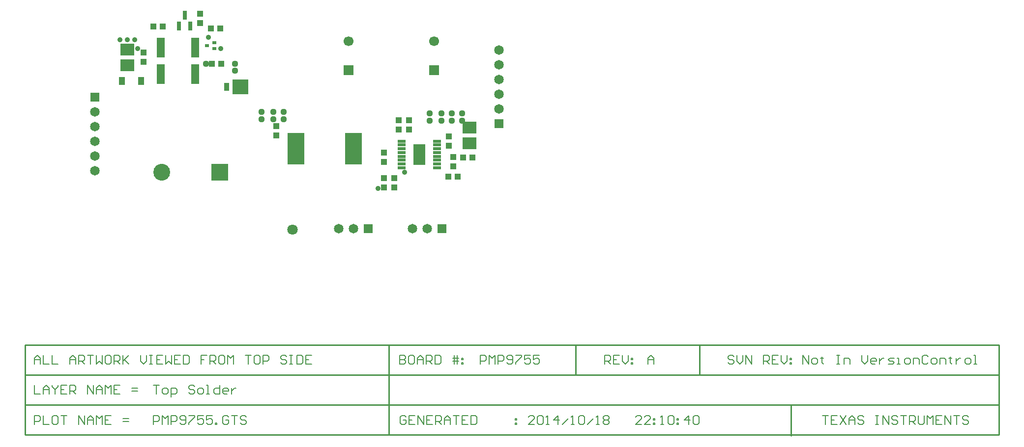
<source format=gts>
%FSAX25Y25*%
%MOIN*%
G70*
G01*
G75*
G04 Layer_Color=8388736*
%ADD10C,0.03000*%
%ADD11C,0.01500*%
%ADD12C,0.01400*%
%ADD13R,0.02362X0.01969*%
%ADD14R,0.03740X0.03937*%
%ADD15R,0.08858X0.07677*%
%ADD16R,0.11417X0.21260*%
%ADD17R,0.03602X0.04803*%
%ADD18R,0.03937X0.03740*%
%ADD19R,0.10512X0.10000*%
%ADD20R,0.03000X0.05000*%
%ADD21R,0.08000X0.14000*%
%ADD22R,0.05000X0.01500*%
%ADD23R,0.05118X0.13386*%
%ADD24R,0.02362X0.05906*%
%ADD25C,0.01000*%
%ADD26C,0.02000*%
%ADD27C,0.10000*%
%ADD28C,0.00800*%
%ADD29R,0.07000X0.06500*%
%ADD30R,0.08500X0.03500*%
%ADD31R,0.15500X0.02676*%
%ADD32R,0.07500X0.03500*%
%ADD33R,0.14500X0.18000*%
%ADD34R,0.11500X0.04500*%
%ADD35R,0.02500X0.06500*%
%ADD36R,0.08500X0.12500*%
%ADD37R,0.10000X0.12000*%
%ADD38R,0.10000X0.10000*%
%ADD39R,0.05498X0.06227*%
%ADD40R,0.14500X0.07000*%
%ADD41R,0.16000X0.12000*%
%ADD42R,0.08000X0.07000*%
%ADD43R,0.11000X0.02500*%
%ADD44R,0.11012X0.05619*%
%ADD45R,0.09000X0.09000*%
%ADD46R,0.23000X0.16000*%
%ADD47R,0.20000X0.15000*%
%ADD48R,0.14720X0.04998*%
%ADD49R,0.04720X0.04845*%
%ADD50R,0.22000X0.06000*%
%ADD51R,0.12000X0.05000*%
%ADD52R,0.09000X0.06000*%
%ADD53R,0.05000X0.04000*%
%ADD54R,0.04000X0.05000*%
%ADD55R,0.08000X0.06000*%
%ADD56R,0.05000X0.05850*%
%ADD57R,0.06000X0.06000*%
%ADD58R,0.11500X0.05000*%
%ADD59R,0.06000X0.04998*%
%ADD60R,0.04998X0.05000*%
%ADD61R,1.25500X0.05000*%
%ADD62R,0.57000X0.12000*%
%ADD63R,0.24500X0.17500*%
%ADD64R,0.21227X0.14000*%
%ADD65R,1.34000X0.16000*%
%ADD66R,0.24500X0.04000*%
%ADD67R,0.18000X0.04500*%
%ADD68R,0.72000X0.39000*%
%ADD69R,0.06500X0.08500*%
%ADD70R,0.11024X0.11024*%
%ADD71C,0.11024*%
%ADD72R,0.06496X0.06496*%
%ADD73C,0.06496*%
%ADD74C,0.06299*%
%ADD75R,0.06299X0.06299*%
%ADD76C,0.06693*%
%ADD77R,0.06496X0.06496*%
%ADD78C,0.04000*%
%ADD79C,0.03200*%
%ADD80C,0.05000*%
%ADD81R,0.07000X0.08000*%
%ADD82R,0.10404X0.02104*%
%ADD83C,0.00787*%
%ADD84C,0.00984*%
%ADD85C,0.00700*%
%ADD86C,0.00600*%
%ADD87R,0.02000X0.09200*%
%ADD88R,0.02756X0.02362*%
%ADD89R,0.04134X0.04331*%
%ADD90R,0.09252X0.08071*%
%ADD91R,0.11811X0.21654*%
%ADD92R,0.03996X0.05197*%
%ADD93R,0.04331X0.04134*%
%ADD94R,0.10906X0.10394*%
%ADD95R,0.03394X0.05394*%
%ADD96R,0.08394X0.14394*%
%ADD97R,0.05394X0.01894*%
%ADD98R,0.05512X0.13780*%
%ADD99R,0.02756X0.06299*%
%ADD100R,0.11417X0.11417*%
%ADD101C,0.11417*%
%ADD102R,0.06693X0.06693*%
%ADD103C,0.07087*%
%ADD104C,0.04394*%
%ADD105C,0.03594*%
G54D25*
X0559400Y0039400D02*
Y0059683D01*
X0440500Y0040050D02*
X0700200D01*
Y0101050D01*
X0286500Y0040050D02*
Y0101050D01*
X0040000Y0040050D02*
Y0101050D01*
X0040050Y0040050D02*
X0197600D01*
X0040050D02*
Y0101050D01*
Y0101050D02*
X0700200D01*
X0040000Y0040050D02*
X0440500D01*
X0040000Y0060383D02*
X0700000D01*
X0040000Y0080717D02*
X0700200D01*
X0413200D02*
Y0101050D01*
X0497200Y0080717D02*
Y0101050D01*
G54D28*
X0126900Y0073549D02*
X0130899D01*
X0128899D01*
Y0067551D01*
X0133898D02*
X0135897D01*
X0136897Y0068550D01*
Y0070550D01*
X0135897Y0071549D01*
X0133898D01*
X0132898Y0070550D01*
Y0068550D01*
X0133898Y0067551D01*
X0138896Y0065551D02*
Y0071549D01*
X0141895D01*
X0142895Y0070550D01*
Y0068550D01*
X0141895Y0067551D01*
X0138896D01*
X0154891Y0072549D02*
X0153891Y0073549D01*
X0151892D01*
X0150892Y0072549D01*
Y0071549D01*
X0151892Y0070550D01*
X0153891D01*
X0154891Y0069550D01*
Y0068550D01*
X0153891Y0067551D01*
X0151892D01*
X0150892Y0068550D01*
X0157890Y0067551D02*
X0159889D01*
X0160889Y0068550D01*
Y0070550D01*
X0159889Y0071549D01*
X0157890D01*
X0156890Y0070550D01*
Y0068550D01*
X0157890Y0067551D01*
X0162888D02*
X0164888D01*
X0163888D01*
Y0073549D01*
X0162888D01*
X0171885D02*
Y0067551D01*
X0168886D01*
X0167887Y0068550D01*
Y0070550D01*
X0168886Y0071549D01*
X0171885D01*
X0176884Y0067551D02*
X0174884D01*
X0173885Y0068550D01*
Y0070550D01*
X0174884Y0071549D01*
X0176884D01*
X0177884Y0070550D01*
Y0069550D01*
X0173885D01*
X0179883Y0071549D02*
Y0067551D01*
Y0069550D01*
X0180883Y0070550D01*
X0181882Y0071549D01*
X0182882D01*
X0126900Y0073549D02*
X0130899D01*
X0128899D01*
Y0067551D01*
X0133898D02*
X0135897D01*
X0136897Y0068550D01*
Y0070550D01*
X0135897Y0071549D01*
X0133898D01*
X0132898Y0070550D01*
Y0068550D01*
X0133898Y0067551D01*
X0138896Y0065551D02*
Y0071549D01*
X0141895D01*
X0142895Y0070550D01*
Y0068550D01*
X0141895Y0067551D01*
X0138896D01*
X0154891Y0072549D02*
X0153891Y0073549D01*
X0151892D01*
X0150892Y0072549D01*
Y0071549D01*
X0151892Y0070550D01*
X0153891D01*
X0154891Y0069550D01*
Y0068550D01*
X0153891Y0067551D01*
X0151892D01*
X0150892Y0068550D01*
X0157890Y0067551D02*
X0159889D01*
X0160889Y0068550D01*
Y0070550D01*
X0159889Y0071549D01*
X0157890D01*
X0156890Y0070550D01*
Y0068550D01*
X0157890Y0067551D01*
X0162888D02*
X0164888D01*
X0163888D01*
Y0073549D01*
X0162888D01*
X0171885D02*
Y0067551D01*
X0168886D01*
X0167887Y0068550D01*
Y0070550D01*
X0168886Y0071549D01*
X0171885D01*
X0176884Y0067551D02*
X0174884D01*
X0173885Y0068550D01*
Y0070550D01*
X0174884Y0071549D01*
X0176884D01*
X0177884Y0070550D01*
Y0069550D01*
X0173885D01*
X0179883Y0071549D02*
Y0067551D01*
Y0069550D01*
X0180883Y0070550D01*
X0181882Y0071549D01*
X0182882D01*
X0580500Y0052965D02*
X0584499D01*
X0582499D01*
Y0046966D01*
X0590497Y0052965D02*
X0586498D01*
Y0046966D01*
X0590497D01*
X0586498Y0049966D02*
X0588497D01*
X0592496Y0052965D02*
X0596495Y0046966D01*
Y0052965D02*
X0592496Y0046966D01*
X0598494D02*
Y0050965D01*
X0600493Y0052965D01*
X0602493Y0050965D01*
Y0046966D01*
Y0049966D01*
X0598494D01*
X0608491Y0051965D02*
X0607491Y0052965D01*
X0605492D01*
X0604492Y0051965D01*
Y0050965D01*
X0605492Y0049966D01*
X0607491D01*
X0608491Y0048966D01*
Y0047966D01*
X0607491Y0046966D01*
X0605492D01*
X0604492Y0047966D01*
X0616488Y0052965D02*
X0618488D01*
X0617488D01*
Y0046966D01*
X0616488D01*
X0618488D01*
X0621487D02*
Y0052965D01*
X0625486Y0046966D01*
Y0052965D01*
X0631484Y0051965D02*
X0630484Y0052965D01*
X0628484D01*
X0627485Y0051965D01*
Y0050965D01*
X0628484Y0049966D01*
X0630484D01*
X0631484Y0048966D01*
Y0047966D01*
X0630484Y0046966D01*
X0628484D01*
X0627485Y0047966D01*
X0633483Y0052965D02*
X0637482D01*
X0635482D01*
Y0046966D01*
X0639481D02*
Y0052965D01*
X0642480D01*
X0643480Y0051965D01*
Y0049966D01*
X0642480Y0048966D01*
X0639481D01*
X0641480D02*
X0643480Y0046966D01*
X0645479Y0052965D02*
Y0047966D01*
X0646479Y0046966D01*
X0648478D01*
X0649478Y0047966D01*
Y0052965D01*
X0651477Y0046966D02*
Y0052965D01*
X0653476Y0050965D01*
X0655476Y0052965D01*
Y0046966D01*
X0661474Y0052965D02*
X0657475D01*
Y0046966D01*
X0661474D01*
X0657475Y0049966D02*
X0659474D01*
X0663473Y0046966D02*
Y0052965D01*
X0667472Y0046966D01*
Y0052965D01*
X0669471D02*
X0673470D01*
X0671471D01*
Y0046966D01*
X0679468Y0051965D02*
X0678468Y0052965D01*
X0676469D01*
X0675469Y0051965D01*
Y0050965D01*
X0676469Y0049966D01*
X0678468D01*
X0679468Y0048966D01*
Y0047966D01*
X0678468Y0046966D01*
X0676469D01*
X0675469Y0047966D01*
X0458049Y0046966D02*
X0454050D01*
X0458049Y0050965D01*
Y0051965D01*
X0457049Y0052965D01*
X0455050D01*
X0454050Y0051965D01*
X0464047Y0046966D02*
X0460048D01*
X0464047Y0050965D01*
Y0051965D01*
X0463047Y0052965D01*
X0461048D01*
X0460048Y0051965D01*
X0466046Y0050965D02*
X0467046D01*
Y0049966D01*
X0466046D01*
Y0050965D01*
Y0047966D02*
X0467046D01*
Y0046966D01*
X0466046D01*
Y0047966D01*
X0471044Y0046966D02*
X0473044D01*
X0472044D01*
Y0052965D01*
X0471044Y0051965D01*
X0476043D02*
X0477043Y0052965D01*
X0479042D01*
X0480042Y0051965D01*
Y0047966D01*
X0479042Y0046966D01*
X0477043D01*
X0476043Y0047966D01*
Y0051965D01*
X0482041Y0050965D02*
X0483041D01*
Y0049966D01*
X0482041D01*
Y0050965D01*
Y0047966D02*
X0483041D01*
Y0046966D01*
X0482041D01*
Y0047966D01*
X0490038Y0046966D02*
Y0052965D01*
X0487039Y0049966D01*
X0491038D01*
X0493037Y0051965D02*
X0494037Y0052965D01*
X0496036D01*
X0497036Y0051965D01*
Y0047966D01*
X0496036Y0046966D01*
X0494037D01*
X0493037Y0047966D01*
Y0051965D01*
X0046350Y0046966D02*
Y0052965D01*
X0049349D01*
X0050349Y0051965D01*
Y0049966D01*
X0049349Y0048966D01*
X0046350D01*
X0052348Y0052965D02*
Y0046966D01*
X0056347D01*
X0061345Y0052965D02*
X0059346D01*
X0058346Y0051965D01*
Y0047966D01*
X0059346Y0046966D01*
X0061345D01*
X0062345Y0047966D01*
Y0051965D01*
X0061345Y0052965D01*
X0064344D02*
X0068343D01*
X0066343D01*
Y0046966D01*
X0076340D02*
Y0052965D01*
X0080339Y0046966D01*
Y0052965D01*
X0082338Y0046966D02*
Y0050965D01*
X0084338Y0052965D01*
X0086337Y0050965D01*
Y0046966D01*
Y0049966D01*
X0082338D01*
X0088336Y0046966D02*
Y0052965D01*
X0090336Y0050965D01*
X0092335Y0052965D01*
Y0046966D01*
X0098333Y0052965D02*
X0094335D01*
Y0046966D01*
X0098333D01*
X0094335Y0049966D02*
X0096334D01*
X0106331Y0048966D02*
X0110329D01*
X0106331Y0050965D02*
X0110329D01*
X0046350Y0073549D02*
Y0067551D01*
X0050349D01*
X0052348D02*
Y0071549D01*
X0054347Y0073549D01*
X0056347Y0071549D01*
Y0067551D01*
Y0070550D01*
X0052348D01*
X0058346Y0073549D02*
Y0072549D01*
X0060346Y0070550D01*
X0062345Y0072549D01*
Y0073549D01*
X0060346Y0070550D02*
Y0067551D01*
X0068343Y0073549D02*
X0064344D01*
Y0067551D01*
X0068343D01*
X0064344Y0070550D02*
X0066343D01*
X0070342Y0067551D02*
Y0073549D01*
X0073341D01*
X0074341Y0072549D01*
Y0070550D01*
X0073341Y0069550D01*
X0070342D01*
X0072342D02*
X0074341Y0067551D01*
X0082338D02*
Y0073549D01*
X0086337Y0067551D01*
Y0073549D01*
X0088336Y0067551D02*
Y0071549D01*
X0090336Y0073549D01*
X0092335Y0071549D01*
Y0067551D01*
Y0070550D01*
X0088336D01*
X0094335Y0067551D02*
Y0073549D01*
X0096334Y0071549D01*
X0098333Y0073549D01*
Y0067551D01*
X0104331Y0073549D02*
X0100332D01*
Y0067551D01*
X0104331D01*
X0100332Y0070550D02*
X0102332D01*
X0112329Y0069550D02*
X0116327D01*
X0112329Y0071549D02*
X0116327D01*
X0294000Y0093831D02*
Y0087833D01*
X0296999D01*
X0297999Y0088833D01*
Y0089833D01*
X0296999Y0090832D01*
X0294000D01*
X0296999D01*
X0297999Y0091832D01*
Y0092832D01*
X0296999Y0093831D01*
X0294000D01*
X0302997D02*
X0300998D01*
X0299998Y0092832D01*
Y0088833D01*
X0300998Y0087833D01*
X0302997D01*
X0303997Y0088833D01*
Y0092832D01*
X0302997Y0093831D01*
X0305996Y0087833D02*
Y0091832D01*
X0307996Y0093831D01*
X0309995Y0091832D01*
Y0087833D01*
Y0090832D01*
X0305996D01*
X0311994Y0087833D02*
Y0093831D01*
X0314993D01*
X0315993Y0092832D01*
Y0090832D01*
X0314993Y0089833D01*
X0311994D01*
X0313994D02*
X0315993Y0087833D01*
X0317992Y0093831D02*
Y0087833D01*
X0320991D01*
X0321991Y0088833D01*
Y0092832D01*
X0320991Y0093831D01*
X0317992D01*
X0330988Y0087833D02*
Y0093831D01*
X0332987D02*
Y0087833D01*
X0329988Y0091832D02*
X0332987D01*
X0333987D01*
X0329988Y0089833D02*
X0333987D01*
X0335986Y0091832D02*
X0336986D01*
Y0090832D01*
X0335986D01*
Y0091832D01*
Y0088833D02*
X0336986D01*
Y0087833D01*
X0335986D01*
Y0088833D01*
X0348550Y0087833D02*
Y0093831D01*
X0351549D01*
X0352549Y0092832D01*
Y0090832D01*
X0351549Y0089833D01*
X0348550D01*
X0354548Y0087833D02*
Y0093831D01*
X0356547Y0091832D01*
X0358547Y0093831D01*
Y0087833D01*
X0360546D02*
Y0093831D01*
X0363545D01*
X0364545Y0092832D01*
Y0090832D01*
X0363545Y0089833D01*
X0360546D01*
X0366544Y0088833D02*
X0367544Y0087833D01*
X0369543D01*
X0370543Y0088833D01*
Y0092832D01*
X0369543Y0093831D01*
X0367544D01*
X0366544Y0092832D01*
Y0091832D01*
X0367544Y0090832D01*
X0370543D01*
X0372542Y0093831D02*
X0376541D01*
Y0092832D01*
X0372542Y0088833D01*
Y0087833D01*
X0382539Y0093831D02*
X0378540D01*
Y0090832D01*
X0380540Y0091832D01*
X0381539D01*
X0382539Y0090832D01*
Y0088833D01*
X0381539Y0087833D01*
X0379540D01*
X0378540Y0088833D01*
X0388537Y0093831D02*
X0384538D01*
Y0090832D01*
X0386538Y0091832D01*
X0387537D01*
X0388537Y0090832D01*
Y0088833D01*
X0387537Y0087833D01*
X0385538D01*
X0384538Y0088833D01*
X0462150Y0087833D02*
Y0091832D01*
X0464149Y0093831D01*
X0466149Y0091832D01*
Y0087833D01*
Y0090832D01*
X0462150D01*
X0046350Y0087833D02*
Y0091832D01*
X0048349Y0093831D01*
X0050349Y0091832D01*
Y0087833D01*
Y0090832D01*
X0046350D01*
X0052348Y0093831D02*
Y0087833D01*
X0056347D01*
X0058346Y0093831D02*
Y0087833D01*
X0062345D01*
X0070342D02*
Y0091832D01*
X0072342Y0093831D01*
X0074341Y0091832D01*
Y0087833D01*
Y0090832D01*
X0070342D01*
X0076340Y0087833D02*
Y0093831D01*
X0079339D01*
X0080339Y0092832D01*
Y0090832D01*
X0079339Y0089833D01*
X0076340D01*
X0078340D02*
X0080339Y0087833D01*
X0082338Y0093831D02*
X0086337D01*
X0084338D01*
Y0087833D01*
X0088336Y0093831D02*
Y0087833D01*
X0090336Y0089833D01*
X0092335Y0087833D01*
Y0093831D01*
X0097334D02*
X0095334D01*
X0094335Y0092832D01*
Y0088833D01*
X0095334Y0087833D01*
X0097334D01*
X0098333Y0088833D01*
Y0092832D01*
X0097334Y0093831D01*
X0100332Y0087833D02*
Y0093831D01*
X0103332D01*
X0104331Y0092832D01*
Y0090832D01*
X0103332Y0089833D01*
X0100332D01*
X0102332D02*
X0104331Y0087833D01*
X0106331Y0093831D02*
Y0087833D01*
Y0089833D01*
X0110329Y0093831D01*
X0107330Y0090832D01*
X0110329Y0087833D01*
X0118327Y0093831D02*
Y0089833D01*
X0120326Y0087833D01*
X0122325Y0089833D01*
Y0093831D01*
X0124325D02*
X0126324D01*
X0125324D01*
Y0087833D01*
X0124325D01*
X0126324D01*
X0133322Y0093831D02*
X0129323D01*
Y0087833D01*
X0133322D01*
X0129323Y0090832D02*
X0131323D01*
X0135321Y0093831D02*
Y0087833D01*
X0137321Y0089833D01*
X0139320Y0087833D01*
Y0093831D01*
X0145318D02*
X0141319D01*
Y0087833D01*
X0145318D01*
X0141319Y0090832D02*
X0143319D01*
X0147317Y0093831D02*
Y0087833D01*
X0150316D01*
X0151316Y0088833D01*
Y0092832D01*
X0150316Y0093831D01*
X0147317D01*
X0163312D02*
X0159313D01*
Y0090832D01*
X0161313D01*
X0159313D01*
Y0087833D01*
X0165312D02*
Y0093831D01*
X0168310D01*
X0169310Y0092832D01*
Y0090832D01*
X0168310Y0089833D01*
X0165312D01*
X0167311D02*
X0169310Y0087833D01*
X0174309Y0093831D02*
X0172309D01*
X0171310Y0092832D01*
Y0088833D01*
X0172309Y0087833D01*
X0174309D01*
X0175308Y0088833D01*
Y0092832D01*
X0174309Y0093831D01*
X0177308Y0087833D02*
Y0093831D01*
X0179307Y0091832D01*
X0181306Y0093831D01*
Y0087833D01*
X0189304Y0093831D02*
X0193303D01*
X0191303D01*
Y0087833D01*
X0198301Y0093831D02*
X0196301D01*
X0195302Y0092832D01*
Y0088833D01*
X0196301Y0087833D01*
X0198301D01*
X0199301Y0088833D01*
Y0092832D01*
X0198301Y0093831D01*
X0201300Y0087833D02*
Y0093831D01*
X0204299D01*
X0205299Y0092832D01*
Y0090832D01*
X0204299Y0089833D01*
X0201300D01*
X0217295Y0092832D02*
X0216295Y0093831D01*
X0214296D01*
X0213296Y0092832D01*
Y0091832D01*
X0214296Y0090832D01*
X0216295D01*
X0217295Y0089833D01*
Y0088833D01*
X0216295Y0087833D01*
X0214296D01*
X0213296Y0088833D01*
X0219294Y0093831D02*
X0221293D01*
X0220294D01*
Y0087833D01*
X0219294D01*
X0221293D01*
X0224292Y0093831D02*
Y0087833D01*
X0227291D01*
X0228291Y0088833D01*
Y0092832D01*
X0227291Y0093831D01*
X0224292D01*
X0234289D02*
X0230291D01*
Y0087833D01*
X0234289D01*
X0230291Y0090832D02*
X0232290D01*
X0298199Y0051965D02*
X0297199Y0052965D01*
X0295200D01*
X0294200Y0051965D01*
Y0047966D01*
X0295200Y0046966D01*
X0297199D01*
X0298199Y0047966D01*
Y0049966D01*
X0296199D01*
X0304197Y0052965D02*
X0300198D01*
Y0046966D01*
X0304197D01*
X0300198Y0049966D02*
X0302197D01*
X0306196Y0046966D02*
Y0052965D01*
X0310195Y0046966D01*
Y0052965D01*
X0316193D02*
X0312194D01*
Y0046966D01*
X0316193D01*
X0312194Y0049966D02*
X0314194D01*
X0318192Y0046966D02*
Y0052965D01*
X0321191D01*
X0322191Y0051965D01*
Y0049966D01*
X0321191Y0048966D01*
X0318192D01*
X0320192D02*
X0322191Y0046966D01*
X0324190D02*
Y0050965D01*
X0326190Y0052965D01*
X0328189Y0050965D01*
Y0046966D01*
Y0049966D01*
X0324190D01*
X0330188Y0052965D02*
X0334187D01*
X0332188D01*
Y0046966D01*
X0340185Y0052965D02*
X0336186D01*
Y0046966D01*
X0340185D01*
X0336186Y0049966D02*
X0338186D01*
X0342184Y0052965D02*
Y0046966D01*
X0345183D01*
X0346183Y0047966D01*
Y0051965D01*
X0345183Y0052965D01*
X0342184D01*
X0372175Y0050965D02*
X0373175D01*
Y0049966D01*
X0372175D01*
Y0050965D01*
Y0047966D02*
X0373175D01*
Y0046966D01*
X0372175D01*
Y0047966D01*
X0385149Y0046966D02*
X0381150D01*
X0385149Y0050965D01*
Y0051965D01*
X0384149Y0052965D01*
X0382150D01*
X0381150Y0051965D01*
X0387148D02*
X0388148Y0052965D01*
X0390147D01*
X0391147Y0051965D01*
Y0047966D01*
X0390147Y0046966D01*
X0388148D01*
X0387148Y0047966D01*
Y0051965D01*
X0393146Y0046966D02*
X0395146D01*
X0394146D01*
Y0052965D01*
X0393146Y0051965D01*
X0401144Y0046966D02*
Y0052965D01*
X0398145Y0049966D01*
X0402143D01*
X0404143Y0046966D02*
X0408141Y0050965D01*
X0410141Y0046966D02*
X0412140D01*
X0411140D01*
Y0052965D01*
X0410141Y0051965D01*
X0415139D02*
X0416139Y0052965D01*
X0418138D01*
X0419138Y0051965D01*
Y0047966D01*
X0418138Y0046966D01*
X0416139D01*
X0415139Y0047966D01*
Y0051965D01*
X0421137Y0046966D02*
X0425136Y0050965D01*
X0427135Y0046966D02*
X0429135D01*
X0428135D01*
Y0052965D01*
X0427135Y0051965D01*
X0432133D02*
X0433133Y0052965D01*
X0435133D01*
X0436132Y0051965D01*
Y0050965D01*
X0435133Y0049966D01*
X0436132Y0048966D01*
Y0047966D01*
X0435133Y0046966D01*
X0433133D01*
X0432133Y0047966D01*
Y0048966D01*
X0433133Y0049966D01*
X0432133Y0050965D01*
Y0051965D01*
X0433133Y0049966D02*
X0435133D01*
X0126900Y0046966D02*
Y0052965D01*
X0129899D01*
X0130899Y0051965D01*
Y0049966D01*
X0129899Y0048966D01*
X0126900D01*
X0132898Y0046966D02*
Y0052965D01*
X0134897Y0050965D01*
X0136897Y0052965D01*
Y0046966D01*
X0138896D02*
Y0052965D01*
X0141895D01*
X0142895Y0051965D01*
Y0049966D01*
X0141895Y0048966D01*
X0138896D01*
X0144894Y0047966D02*
X0145894Y0046966D01*
X0147893D01*
X0148893Y0047966D01*
Y0051965D01*
X0147893Y0052965D01*
X0145894D01*
X0144894Y0051965D01*
Y0050965D01*
X0145894Y0049966D01*
X0148893D01*
X0150892Y0052965D02*
X0154891D01*
Y0051965D01*
X0150892Y0047966D01*
Y0046966D01*
X0160889Y0052965D02*
X0156890D01*
Y0049966D01*
X0158890Y0050965D01*
X0159889D01*
X0160889Y0049966D01*
Y0047966D01*
X0159889Y0046966D01*
X0157890D01*
X0156890Y0047966D01*
X0166887Y0052965D02*
X0162888D01*
Y0049966D01*
X0164888Y0050965D01*
X0165887D01*
X0166887Y0049966D01*
Y0047966D01*
X0165887Y0046966D01*
X0163888D01*
X0162888Y0047966D01*
X0168886Y0046966D02*
Y0047966D01*
X0169886D01*
Y0046966D01*
X0168886D01*
X0177884Y0051965D02*
X0176884Y0052965D01*
X0174884D01*
X0173885Y0051965D01*
Y0047966D01*
X0174884Y0046966D01*
X0176884D01*
X0177884Y0047966D01*
Y0049966D01*
X0175884D01*
X0179883Y0052965D02*
X0183882D01*
X0181882D01*
Y0046966D01*
X0189880Y0051965D02*
X0188880Y0052965D01*
X0186881D01*
X0185881Y0051965D01*
Y0050965D01*
X0186881Y0049966D01*
X0188880D01*
X0189880Y0048966D01*
Y0047966D01*
X0188880Y0046966D01*
X0186881D01*
X0185881Y0047966D01*
X0433000Y0087833D02*
Y0093831D01*
X0435999D01*
X0436999Y0092832D01*
Y0090832D01*
X0435999Y0089833D01*
X0433000D01*
X0434999D02*
X0436999Y0087833D01*
X0442997Y0093831D02*
X0438998D01*
Y0087833D01*
X0442997D01*
X0438998Y0090832D02*
X0440997D01*
X0444996Y0093831D02*
Y0089833D01*
X0446995Y0087833D01*
X0448995Y0089833D01*
Y0093831D01*
X0450994Y0091832D02*
X0451994D01*
Y0090832D01*
X0450994D01*
Y0091832D01*
Y0088833D02*
X0451994D01*
Y0087833D01*
X0450994D01*
Y0088833D01*
X0520799Y0092832D02*
X0519799Y0093831D01*
X0517800D01*
X0516800Y0092832D01*
Y0091832D01*
X0517800Y0090832D01*
X0519799D01*
X0520799Y0089833D01*
Y0088833D01*
X0519799Y0087833D01*
X0517800D01*
X0516800Y0088833D01*
X0522798Y0093831D02*
Y0089833D01*
X0524797Y0087833D01*
X0526797Y0089833D01*
Y0093831D01*
X0528796Y0087833D02*
Y0093831D01*
X0532795Y0087833D01*
Y0093831D01*
X0540792Y0087833D02*
Y0093831D01*
X0543791D01*
X0544791Y0092832D01*
Y0090832D01*
X0543791Y0089833D01*
X0540792D01*
X0542792D02*
X0544791Y0087833D01*
X0550789Y0093831D02*
X0546790D01*
Y0087833D01*
X0550789D01*
X0546790Y0090832D02*
X0548790D01*
X0552788Y0093831D02*
Y0089833D01*
X0554788Y0087833D01*
X0556787Y0089833D01*
Y0093831D01*
X0558786Y0091832D02*
X0559786D01*
Y0090832D01*
X0558786D01*
Y0091832D01*
Y0088833D02*
X0559786D01*
Y0087833D01*
X0558786D01*
Y0088833D01*
X0567400Y0087833D02*
Y0093831D01*
X0571399Y0087833D01*
Y0093831D01*
X0574398Y0087833D02*
X0576397D01*
X0577397Y0088833D01*
Y0090832D01*
X0576397Y0091832D01*
X0574398D01*
X0573398Y0090832D01*
Y0088833D01*
X0574398Y0087833D01*
X0580396Y0092832D02*
Y0091832D01*
X0579396D01*
X0581395D01*
X0580396D01*
Y0088833D01*
X0581395Y0087833D01*
X0590393Y0093831D02*
X0592392D01*
X0591392D01*
Y0087833D01*
X0590393D01*
X0592392D01*
X0595391D02*
Y0091832D01*
X0598390D01*
X0599390Y0090832D01*
Y0087833D01*
X0607387Y0093831D02*
Y0089833D01*
X0609386Y0087833D01*
X0611386Y0089833D01*
Y0093831D01*
X0616384Y0087833D02*
X0614385D01*
X0613385Y0088833D01*
Y0090832D01*
X0614385Y0091832D01*
X0616384D01*
X0617384Y0090832D01*
Y0089833D01*
X0613385D01*
X0619383Y0091832D02*
Y0087833D01*
Y0089833D01*
X0620383Y0090832D01*
X0621383Y0091832D01*
X0622382D01*
X0625381Y0087833D02*
X0628380D01*
X0629380Y0088833D01*
X0628380Y0089833D01*
X0626381D01*
X0625381Y0090832D01*
X0626381Y0091832D01*
X0629380D01*
X0631379Y0087833D02*
X0633379D01*
X0632379D01*
Y0091832D01*
X0631379D01*
X0637377Y0087833D02*
X0639377D01*
X0640376Y0088833D01*
Y0090832D01*
X0639377Y0091832D01*
X0637377D01*
X0636378Y0090832D01*
Y0088833D01*
X0637377Y0087833D01*
X0642376D02*
Y0091832D01*
X0645375D01*
X0646374Y0090832D01*
Y0087833D01*
X0652373Y0092832D02*
X0651373Y0093831D01*
X0649373D01*
X0648374Y0092832D01*
Y0088833D01*
X0649373Y0087833D01*
X0651373D01*
X0652373Y0088833D01*
X0655372Y0087833D02*
X0657371D01*
X0658371Y0088833D01*
Y0090832D01*
X0657371Y0091832D01*
X0655372D01*
X0654372Y0090832D01*
Y0088833D01*
X0655372Y0087833D01*
X0660370D02*
Y0091832D01*
X0663369D01*
X0664369Y0090832D01*
Y0087833D01*
X0667368Y0092832D02*
Y0091832D01*
X0666368D01*
X0668367D01*
X0667368D01*
Y0088833D01*
X0668367Y0087833D01*
X0671366Y0091832D02*
Y0087833D01*
Y0089833D01*
X0672366Y0090832D01*
X0673366Y0091832D01*
X0674365D01*
X0678364Y0087833D02*
X0680364D01*
X0681363Y0088833D01*
Y0090832D01*
X0680364Y0091832D01*
X0678364D01*
X0677364Y0090832D01*
Y0088833D01*
X0678364Y0087833D01*
X0683362D02*
X0685362D01*
X0684362D01*
Y0093831D01*
X0683362D01*
G54D72*
X0361200Y0251400D02*
D03*
X0087200Y0269400D02*
D03*
G54D73*
X0361200Y0261400D02*
D03*
Y0271400D02*
D03*
Y0281400D02*
D03*
Y0291400D02*
D03*
Y0301400D02*
D03*
X0087200Y0259400D02*
D03*
Y0249400D02*
D03*
Y0239400D02*
D03*
Y0229400D02*
D03*
Y0219400D02*
D03*
X0252700Y0179900D02*
D03*
X0262700D02*
D03*
X0302700D02*
D03*
X0312700D02*
D03*
G54D76*
X0259200Y0307242D02*
D03*
X0317200D02*
D03*
G54D77*
X0272700Y0179900D02*
D03*
X0322700D02*
D03*
G54D88*
X0163141Y0304400D02*
D03*
X0168259Y0306368D02*
D03*
Y0302432D02*
D03*
G54D89*
X0120200Y0293250D02*
D03*
Y0299550D02*
D03*
X0283200Y0225250D02*
D03*
Y0231550D02*
D03*
X0158700Y0319750D02*
D03*
Y0326050D02*
D03*
X0210200Y0243250D02*
D03*
Y0249550D02*
D03*
X0300200Y0253550D02*
D03*
Y0247250D02*
D03*
X0293200Y0253550D02*
D03*
Y0247250D02*
D03*
X0290200Y0208101D02*
D03*
Y0214400D02*
D03*
X0283200Y0208101D02*
D03*
Y0214400D02*
D03*
X0327200Y0236250D02*
D03*
Y0242550D02*
D03*
X0330200Y0222250D02*
D03*
Y0228550D02*
D03*
G54D90*
X0109200Y0301813D02*
D03*
Y0290987D02*
D03*
X0341200Y0248813D02*
D03*
Y0237987D02*
D03*
G54D91*
X0223712Y0234400D02*
D03*
X0262688D02*
D03*
G54D92*
X0105753Y0280400D02*
D03*
X0118647D02*
D03*
G54D93*
X0127050Y0317400D02*
D03*
X0133350D02*
D03*
X0166050Y0315900D02*
D03*
X0172350D02*
D03*
X0172850Y0291900D02*
D03*
X0166550D02*
D03*
X0333350Y0215400D02*
D03*
X0327050D02*
D03*
X0337050Y0228400D02*
D03*
X0343350D02*
D03*
G54D94*
X0185828Y0276400D02*
D03*
G54D95*
X0176572D02*
D03*
G54D96*
X0307200Y0230400D02*
D03*
G54D97*
X0319220Y0239400D02*
D03*
Y0236840D02*
D03*
Y0234280D02*
D03*
Y0231720D02*
D03*
Y0229160D02*
D03*
Y0226600D02*
D03*
Y0224040D02*
D03*
Y0221480D02*
D03*
X0295220D02*
D03*
Y0224040D02*
D03*
Y0226600D02*
D03*
Y0229160D02*
D03*
Y0231720D02*
D03*
Y0234280D02*
D03*
Y0236840D02*
D03*
Y0239400D02*
D03*
G54D98*
X0155314Y0284900D02*
D03*
X0132086D02*
D03*
X0155314Y0302900D02*
D03*
X0132086D02*
D03*
G54D99*
X0148200Y0325140D02*
D03*
X0151940Y0317660D02*
D03*
X0144460D02*
D03*
G54D100*
X0171885Y0218400D02*
D03*
G54D101*
X0132515D02*
D03*
G54D102*
X0259200Y0287558D02*
D03*
X0317200D02*
D03*
G54D103*
X0221200Y0179400D02*
D03*
G54D104*
X0162700Y0291900D02*
D03*
X0208200Y0254400D02*
D03*
X0200200D02*
D03*
Y0259400D02*
D03*
X0215200D02*
D03*
Y0254400D02*
D03*
X0208200Y0259400D02*
D03*
X0322200Y0258400D02*
D03*
X0329200Y0253400D02*
D03*
Y0258400D02*
D03*
X0314200D02*
D03*
Y0253400D02*
D03*
X0322200D02*
D03*
X0336200Y0258400D02*
D03*
Y0253400D02*
D03*
X0182200Y0291900D02*
D03*
Y0287400D02*
D03*
G54D105*
X0279200Y0207400D02*
D03*
X0114200Y0308400D02*
D03*
X0109200D02*
D03*
X0104200D02*
D03*
X0116200Y0302400D02*
D03*
X0297200Y0218400D02*
D03*
X0172700Y0302400D02*
D03*
X0164200Y0309900D02*
D03*
M02*

</source>
